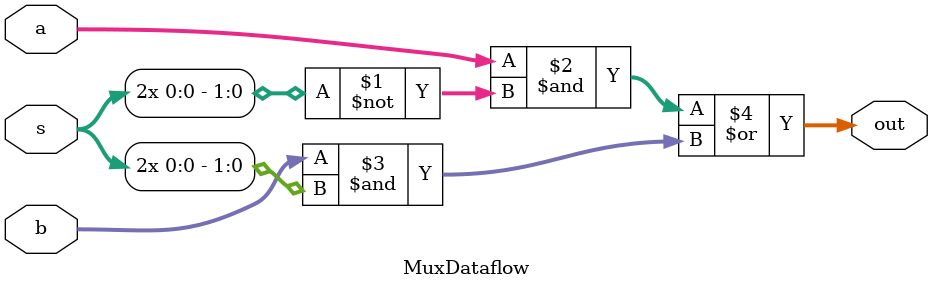
<source format=sv>
module MuxDataflow(a, b, s, out);
    input [1:0] a, b;
    input s;
    output [1:0] out;

    assign out = (a & ~{2{s}}) | (b & {2{s}}); 
endmodule

</source>
